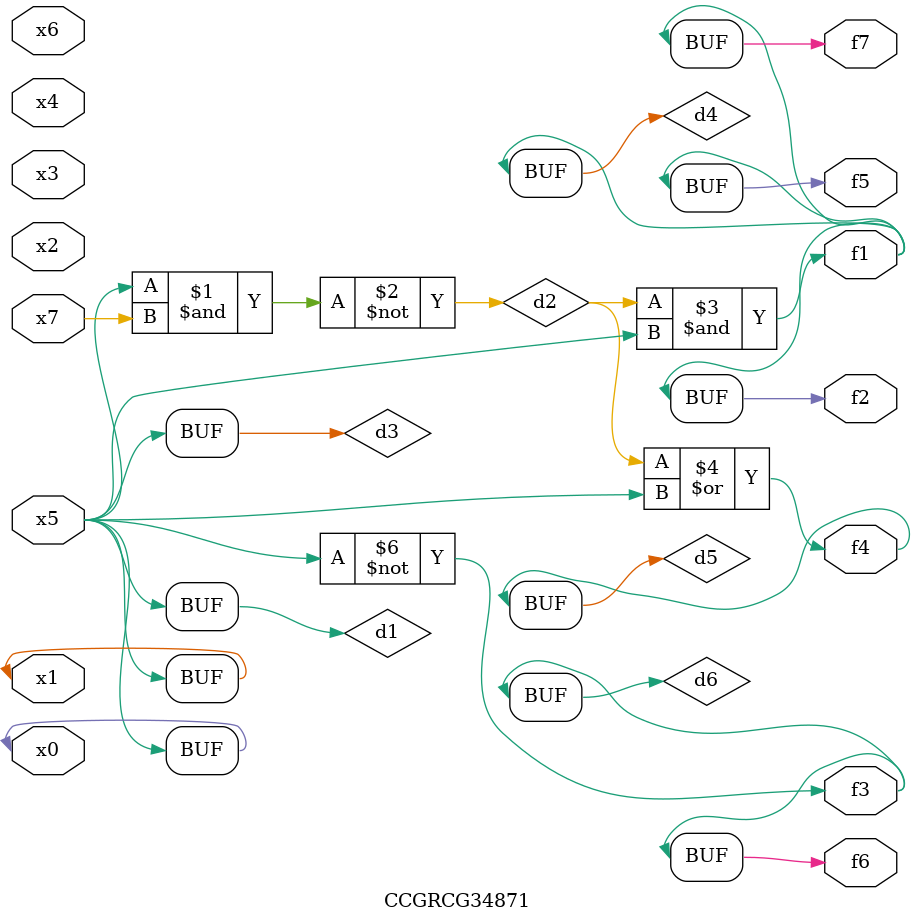
<source format=v>
module CCGRCG34871(
	input x0, x1, x2, x3, x4, x5, x6, x7,
	output f1, f2, f3, f4, f5, f6, f7
);

	wire d1, d2, d3, d4, d5, d6;

	buf (d1, x0, x5);
	nand (d2, x5, x7);
	buf (d3, x0, x1);
	and (d4, d2, d3);
	or (d5, d2, d3);
	nor (d6, d1, d3);
	assign f1 = d4;
	assign f2 = d4;
	assign f3 = d6;
	assign f4 = d5;
	assign f5 = d4;
	assign f6 = d6;
	assign f7 = d4;
endmodule

</source>
